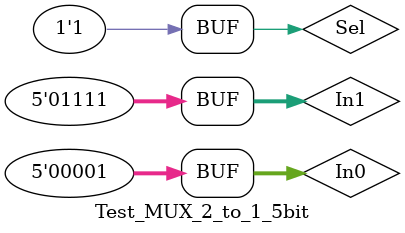
<source format=v>
`timescale 1ns / 1ps


module Test_MUX_2_to_1_5bit;

	// Inputs
	reg [4:0] In0;
	reg [4:0] In1;
	reg Sel;

	// Outputs
	wire [4:0] Mux_Out;

	// Instantiate the Unit Under Test (UUT)
	MUX_2_to_1_5bit uut (
		.In0(In0), 
		.In1(In1), 
		.Sel(Sel), 
		.Mux_Out(Mux_Out)
	);

	initial begin
		// Initialize Inputs
		In0 = 1;
		In1 = 5'b1111;
		Sel = 0;
		#0.004;
		Sel = 1;

		// Wait 100 ns for global reset to finish
		#100;
        
		// Add stimulus here

	end
      
endmodule


</source>
